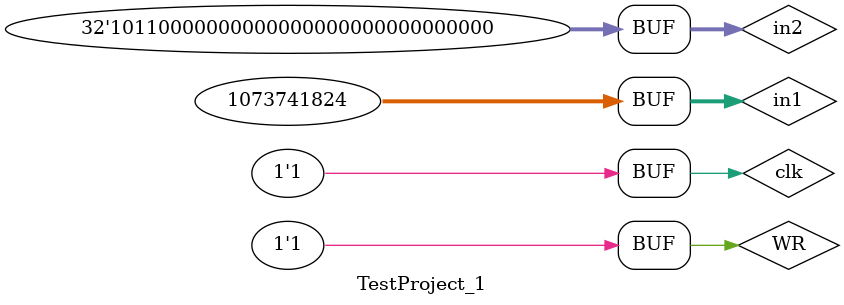
<source format=v>
`timescale 1ns / 1ps

module TestProject_1(
    );
    reg[31:0] in1, in2;//ÊäÈë32Î»²¹Âë±»³ýÊýÓë32Î»²¹Âë³ýÊý
    reg WR, clk;//WR = 0¶ÁÈ¡Êý¾Ý, WR = 1¼ÆËãÊý¾Ý, clk Ê±ÖÓÐÅºÅ
    wire [31:0] result;//ÉÌ
    
    initial begin
        clk = 1'b0;
        #5 clk = 1'b1;//5s
        #5 clk = 1'b0;
        #5 clk = 1'b1;//15s
        #5 clk = 1'b0;
        #5 clk = 1'b1;//25s
        #5 clk = 1'b0;
        #5 clk = 1'b1;//35s
        #5 clk = 1'b0;
        #5 clk = 1'b1;//45s
        #5 clk = 1'b0;
        #5 clk = 1'b1;//55s
    end
    
    initial begin
        WR = 1'b0;
        #10 WR = 1'b1;
        #10 WR = 1'b0;//20s
        #10 WR = 1'b1;//30s
        #10 WR = 1'b0;//40s
        #10 WR = 1'b1;//50s
    end
    
    initial begin
        in1 = 32'b10101100000000000000000000000000;
        in2 = 32'b01101100000000000000000000000000;
        #20 
        begin
            in1 = 32'b01000000000000000000000000000000;
            in2 = 32'b10101000000000000000000000000000;
        end
        #20 
        begin
            in1 = 32'b01000000000000000000000000000000;
            in2 = 32'b10110000000000000000000000000000;
        end
    end
    
    Project_1 I_Project_1(
        .clk(clk),
        .WR(WR),
        .in1(in1),
        .in2(in2),
        .result(result)
    );
endmodule

</source>
